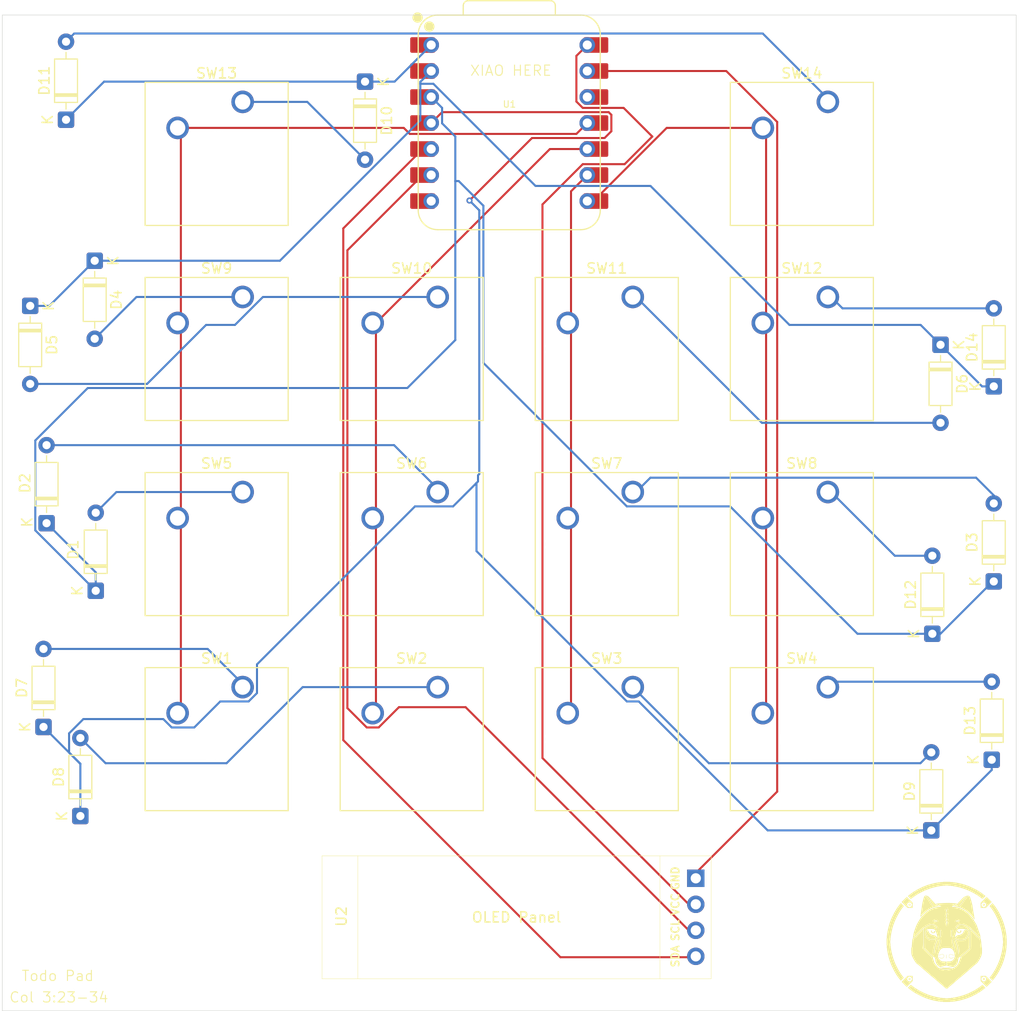
<source format=kicad_pcb>
(kicad_pcb (version 20241229) (generator "pcbnew") (generator_version "9.0")
  (layers (0 "F.Cu" signal) (2 "B.Cu" signal) (13 "F.Paste" user) (15 "B.Paste" user) (5 "F.SilkS" user "F.Silkscreen") (7 "B.SilkS" user "B.Silkscreen") (1 "F.Mask" user) (3 "B.Mask" user) (25 "Edge.Cuts" user))
  (net 0 "")
  (net 1 "Row 2")
  (net 2 "Net-(D1-A)")
  (net 3 "Net-(D2-A)")
  (net 4 "Net-(D3-A)")
  (net 5 "Row 1")
  (net 6 "Net-(D4-A)")
  (net 7 "Net-(D5-A)")
  (net 8 "Net-(D6-A)")
  (net 9 "Net-(D7-A)")
  (net 10 "Row 3")
  (net 11 "Net-(D8-A)")
  (net 12 "Net-(D9-A)")
  (net 13 "Row 0")
  (net 14 "Net-(D10-A)")
  (net 15 "Net-(D11-A)")
  (net 16 "Net-(D12-A)")
  (net 17 "Net-(D13-A)")
  (net 18 "Net-(D14-A)")
  (net 19 "Col 0")
  (net 20 "Col 1")
  (net 21 "Col 2")
  (net 22 "Col 3")
  (net 24 "+5V")
  (net 25 "Net-(U1-GPIO7{slash}SCL)")
  (net 26 "GND")
  (net 28 "Net-(U1-GPIO6{slash}SDA)")
  (footprint "Diode_THT:D_DO-35_SOD27_P7.62mm_Horizontal" (layer "F.Cu") (at 98.7 70.28 -90)
    (property "Reference" "D4" (at 3.81 -2.12 90) (layer "F.SilkS"))
    (property "Value" "D_Small")
    (fp_text user "K" (at 0 -1.8 90) (layer "F.SilkS"))
    (pad "1" thru_hole roundrect (at 0 0 270) (size 1.6 1.6) (drill 0.8) (layers "*.Cu" "*.Mask") (roundrect_rratio 0.15625) (net 5 "Row 1"))
    (pad "2" thru_hole circle (at 7.62 0 270) (size 1.6 1.6) (drill 0.8) (layers "*.Cu" "*.Mask") (net 6 "Net-(D4-A)"))
  )
  (footprint "Button_Switch_Keyboard:SW_Cherry_MX_1.00u_PCB" (layer "F.Cu") (at 151.2475 92.86875)
    (property "Reference" "SW7" (at -2.54 -2.794 0) (layer "F.SilkS"))
    (property "Value" "SW_Push")
    (pad "" np_thru_hole circle (at -7.62 5.08) (size 1.7 1.7) (drill 1.7) (layers "*.Cu" "*.Mask"))
    (pad "" np_thru_hole circle (at -2.54 5.08) (size 4 4) (drill 4) (layers "*.Cu" "*.Mask"))
    (pad "" np_thru_hole circle (at 2.54 5.08) (size 1.7 1.7) (drill 1.7) (layers "*.Cu" "*.Mask"))
    (pad "1" thru_hole circle (at 0 0) (size 2.2 2.2) (drill 1.5) (layers "*.Cu" "*.Mask") (net 4 "Net-(D3-A)"))
    (pad "2" thru_hole circle (at -6.35 2.54) (size 2.2 2.2) (drill 1.5) (layers "*.Cu" "*.Mask") (net 21 "Col 2"))
  )
  (footprint "Button_Switch_Keyboard:SW_Cherry_MX_1.00u_PCB" (layer "F.Cu") (at 113.1475 73.81875)
    (property "Reference" "SW9" (at -2.54 -2.794 0) (layer "F.SilkS"))
    (property "Value" "SW_Push")
    (pad "" np_thru_hole circle (at -7.62 5.08) (size 1.7 1.7) (drill 1.7) (layers "*.Cu" "*.Mask"))
    (pad "" np_thru_hole circle (at -2.54 5.08) (size 4 4) (drill 4) (layers "*.Cu" "*.Mask"))
    (pad "" np_thru_hole circle (at 2.54 5.08) (size 1.7 1.7) (drill 1.7) (layers "*.Cu" "*.Mask"))
    (pad "1" thru_hole circle (at 0 0) (size 2.2 2.2) (drill 1.5) (layers "*.Cu" "*.Mask") (net 6 "Net-(D4-A)"))
    (pad "2" thru_hole circle (at -6.35 2.54) (size 2.2 2.2) (drill 1.5) (layers "*.Cu" "*.Mask") (net 19 "Col 0"))
  )
  (footprint "Diode_THT:D_DO-35_SOD27_P7.62mm_Horizontal" (layer "F.Cu") (at 180.5 106.71 90)
    (property "Reference" "D12" (at 3.81 -2.12 90) (layer "F.SilkS"))
    (property "Value" "D_Small")
    (fp_text user "K" (at 0 -1.8 90) (layer "F.SilkS"))
    (pad "1" thru_hole roundrect (at 0 0 90) (size 1.6 1.6) (drill 0.8) (layers "*.Cu" "*.Mask") (roundrect_rratio 0.15625) (net 1 "Row 2"))
    (pad "2" thru_hole circle (at 7.62 0 90) (size 1.6 1.6) (drill 0.8) (layers "*.Cu" "*.Mask") (net 16 "Net-(D12-A)"))
  )
  (footprint "Diode_THT:D_DO-35_SOD27_P7.62mm_Horizontal" (layer "F.Cu") (at 97.3 124.51 90)
    (property "Reference" "D8" (at 3.81 -2.12 90) (layer "F.SilkS"))
    (property "Value" "D_Small")
    (fp_text user "K" (at 0 -1.8 90) (layer "F.SilkS"))
    (pad "1" thru_hole roundrect (at 0 0 90) (size 1.6 1.6) (drill 0.8) (layers "*.Cu" "*.Mask") (roundrect_rratio 0.15625) (net 10 "Row 3"))
    (pad "2" thru_hole circle (at 7.62 0 90) (size 1.6 1.6) (drill 0.8) (layers "*.Cu" "*.Mask") (net 11 "Net-(D8-A)"))
  )
  (footprint "Button_Switch_Keyboard:SW_Cherry_MX_1.00u_PCB" (layer "F.Cu") (at 113.1475 92.86875)
    (property "Reference" "SW5" (at -2.54 -2.794 0) (layer "F.SilkS"))
    (property "Value" "SW_Push")
    (pad "" np_thru_hole circle (at -7.62 5.08) (size 1.7 1.7) (drill 1.7) (layers "*.Cu" "*.Mask"))
    (pad "" np_thru_hole circle (at -2.54 5.08) (size 4 4) (drill 4) (layers "*.Cu" "*.Mask"))
    (pad "" np_thru_hole circle (at 2.54 5.08) (size 1.7 1.7) (drill 1.7) (layers "*.Cu" "*.Mask"))
    (pad "1" thru_hole circle (at 0 0) (size 2.2 2.2) (drill 1.5) (layers "*.Cu" "*.Mask") (net 2 "Net-(D1-A)"))
    (pad "2" thru_hole circle (at -6.35 2.54) (size 2.2 2.2) (drill 1.5) (layers "*.Cu" "*.Mask") (net 19 "Col 0"))
  )
  (footprint "Button_Switch_Keyboard:SW_Cherry_MX_1.00u_PCB" (layer "F.Cu") (at 170.2975 111.91875)
    (property "Reference" "SW4" (at -2.54 -2.794 0) (layer "F.SilkS"))
    (property "Value" "SW_Push")
    (pad "" np_thru_hole circle (at -7.62 5.08) (size 1.7 1.7) (drill 1.7) (layers "*.Cu" "*.Mask"))
    (pad "" np_thru_hole circle (at -2.54 5.08) (size 4 4) (drill 4) (layers "*.Cu" "*.Mask"))
    (pad "" np_thru_hole circle (at 2.54 5.08) (size 1.7 1.7) (drill 1.7) (layers "*.Cu" "*.Mask"))
    (pad "1" thru_hole circle (at 0 0) (size 2.2 2.2) (drill 1.5) (layers "*.Cu" "*.Mask") (net 17 "Net-(D13-A)"))
    (pad "2" thru_hole circle (at -6.35 2.54) (size 2.2 2.2) (drill 1.5) (layers "*.Cu" "*.Mask") (net 22 "Col 3"))
  )
  (footprint "Diode_THT:D_DO-35_SOD27_P7.62mm_Horizontal" (layer "F.Cu") (at 125.1 52.79 -90)
    (property "Reference" "D10" (at 3.81 -2.12 90) (layer "F.SilkS"))
    (property "Value" "D_Small")
    (fp_text user "K" (at 0 -1.8 90) (layer "F.SilkS"))
    (pad "1" thru_hole roundrect (at 0 0 270) (size 1.6 1.6) (drill 0.8) (layers "*.Cu" "*.Mask") (roundrect_rratio 0.15625) (net 13 "Row 0"))
    (pad "2" thru_hole circle (at 7.62 0 270) (size 1.6 1.6) (drill 0.8) (layers "*.Cu" "*.Mask") (net 14 "Net-(D10-A)"))
  )
  (footprint "Button_Switch_Keyboard:SW_Cherry_MX_1.00u_PCB" (layer "F.Cu") (at 132.1975 111.91875)
    (property "Reference" "SW2" (at -2.54 -2.794 0) (layer "F.SilkS"))
    (property "Value" "SW_Push")
    (pad "" np_thru_hole circle (at -7.62 5.08) (size 1.7 1.7) (drill 1.7) (layers "*.Cu" "*.Mask"))
    (pad "" np_thru_hole circle (at -2.54 5.08) (size 4 4) (drill 4) (layers "*.Cu" "*.Mask"))
    (pad "" np_thru_hole circle (at 2.54 5.08) (size 1.7 1.7) (drill 1.7) (layers "*.Cu" "*.Mask"))
    (pad "1" thru_hole circle (at 0 0) (size 2.2 2.2) (drill 1.5) (layers "*.Cu" "*.Mask") (net 11 "Net-(D8-A)"))
    (pad "2" thru_hole circle (at -6.35 2.54) (size 2.2 2.2) (drill 1.5) (layers "*.Cu" "*.Mask") (net 20 "Col 1"))
  )
  (footprint "Diode_THT:D_DO-35_SOD27_P7.62mm_Horizontal" (layer "F.Cu") (at 181.3 78.49 -90)
    (property "Reference" "D6" (at 3.81 -2.12 90) (layer "F.SilkS"))
    (property "Value" "D_Small")
    (fp_text user "K" (at 0 -1.8 90) (layer "F.SilkS"))
    (pad "1" thru_hole roundrect (at 0 0 270) (size 1.6 1.6) (drill 0.8) (layers "*.Cu" "*.Mask") (roundrect_rratio 0.15625) (net 5 "Row 1"))
    (pad "2" thru_hole circle (at 7.62 0 270) (size 1.6 1.6) (drill 0.8) (layers "*.Cu" "*.Mask") (net 8 "Net-(D6-A)"))
  )
  (footprint "Diode_THT:D_DO-35_SOD27_P7.62mm_Horizontal" (layer "F.Cu") (at 186.5 82.55 90)
    (property "Reference" "D14" (at 3.81 -2.12 90) (layer "F.SilkS"))
    (property "Value" "D_Small")
    (fp_text user "K" (at 0 -1.8 90) (layer "F.SilkS"))
    (pad "1" thru_hole roundrect (at 0 0 90) (size 1.6 1.6) (drill 0.8) (layers "*.Cu" "*.Mask") (roundrect_rratio 0.15625) (net 5 "Row 1"))
    (pad "2" thru_hole circle (at 7.62 0 90) (size 1.6 1.6) (drill 0.8) (layers "*.Cu" "*.Mask") (net 18 "Net-(D14-A)"))
  )
  (footprint "Button_Switch_Keyboard:SW_Cherry_MX_1.00u_PCB" (layer "F.Cu") (at 132.1975 92.86875)
    (property "Reference" "SW6" (at -2.54 -2.794 0) (layer "F.SilkS"))
    (property "Value" "SW_Push")
    (pad "" np_thru_hole circle (at -7.62 5.08) (size 1.7 1.7) (drill 1.7) (layers "*.Cu" "*.Mask"))
    (pad "" np_thru_hole circle (at -2.54 5.08) (size 4 4) (drill 4) (layers "*.Cu" "*.Mask"))
    (pad "" np_thru_hole circle (at 2.54 5.08) (size 1.7 1.7) (drill 1.7) (layers "*.Cu" "*.Mask"))
    (pad "1" thru_hole circle (at 0 0) (size 2.2 2.2) (drill 1.5) (layers "*.Cu" "*.Mask") (net 3 "Net-(D2-A)"))
    (pad "2" thru_hole circle (at -6.35 2.54) (size 2.2 2.2) (drill 1.5) (layers "*.Cu" "*.Mask") (net 20 "Col 1"))
  )
  (footprint "Diode_THT:D_DO-35_SOD27_P7.62mm_Horizontal" (layer "F.Cu") (at 186.5 101.6 90)
    (property "Reference" "D3" (at 3.81 -2.12 90) (layer "F.SilkS"))
    (property "Value" "D_Small")
    (fp_text user "K" (at 0 -1.8 90) (layer "F.SilkS"))
    (pad "1" thru_hole roundrect (at 0 0 90) (size 1.6 1.6) (drill 0.8) (layers "*.Cu" "*.Mask") (roundrect_rratio 0.15625) (net 1 "Row 2"))
    (pad "2" thru_hole circle (at 7.62 0 90) (size 1.6 1.6) (drill 0.8) (layers "*.Cu" "*.Mask") (net 4 "Net-(D3-A)"))
  )
  (footprint "Diode_THT:D_DO-35_SOD27_P7.62mm_Horizontal" (layer "F.Cu") (at 98.8 102.51 90)
    (property "Reference" "D1" (at 4.01 -2.2 90) (layer "F.SilkS"))
    (property "Value" "D_Small")
    (fp_text user "K" (at 0 -1.8 90) (layer "F.SilkS"))
    (pad "1" thru_hole roundrect (at 0 0 90) (size 1.6 1.6) (drill 0.8) (layers "*.Cu" "*.Mask") (roundrect_rratio 0.15625) (net 1 "Row 2"))
    (pad "2" thru_hole circle (at 7.62 0 90) (size 1.6 1.6) (drill 0.8) (layers "*.Cu" "*.Mask") (net 2 "Net-(D1-A)"))
  )
  (footprint "OPL:XIAO-RP2040-DIP" (layer "F.Cu") (at 139.1825 56.8325)
    (property "Reference" "U1" (at 0.0175 -1.8325 0) (layer "F.SilkS") (effects (font (size 0.635 0.635) (thickness 0.1016))))
    (property "Value" "XIAO-RP2040-DIP")
    (pad "1" smd roundrect (at -8.455 -7.62 180) (size 2.432 1.524) (layers "F.Cu" "F.Mask") (roundrect_rratio 0.1) (net 13 "Row 0"))
    (pad "1" thru_hole circle (at -7.62 -7.62 180) (size 1.524 1.524) (drill 0.889) (layers "*.Cu" "*.Mask") (net 13 "Row 0"))
    (pad "2" smd roundrect (at -8.455 -5.08 180) (size 2.432 1.524) (layers "F.Cu" "F.Mask") (roundrect_rratio 0.1) (net 5 "Row 1"))
    (pad "2" thru_hole circle (at -7.62 -5.08 180) (size 1.524 1.524) (drill 0.889) (layers "*.Cu" "*.Mask") (net 5 "Row 1"))
    (pad "3" smd roundrect (at -8.455 -2.54 180) (size 2.432 1.524) (layers "F.Cu" "F.Mask") (roundrect_rratio 0.1) (net 1 "Row 2"))
    (pad "3" thru_hole circle (at -7.62 -2.54 180) (size 1.524 1.524) (drill 0.889) (layers "*.Cu" "*.Mask") (net 1 "Row 2"))
    (pad "4" smd roundrect (at -8.455 0 180) (size 2.432 1.524) (layers "F.Cu" "F.Mask") (roundrect_rratio 0.1) (net 10 "Row 3"))
    (pad "4" thru_hole circle (at -7.62 0 180) (size 1.524 1.524) (drill 0.889) (layers "*.Cu" "*.Mask") (net 10 "Row 3"))
    (pad "5" smd roundrect (at -8.455 2.54 180) (size 2.432 1.524) (layers "F.Cu" "F.Mask") (roundrect_rratio 0.1) (net 28 "Net-(U1-GPIO6{slash}SDA)"))
    (pad "5" thru_hole circle (at -7.62 2.54 180) (size 1.524 1.524) (drill 0.889) (layers "*.Cu" "*.Mask") (net 28 "Net-(U1-GPIO6{slash}SDA)"))
    (pad "6" smd roundrect (at -8.455 5.08 180) (size 2.432 1.524) (layers "F.Cu" "F.Mask") (roundrect_rratio 0.1) (net 25 "Net-(U1-GPIO7{slash}SCL)"))
    (pad "6" thru_hole circle (at -7.62 5.08 180) (size 1.524 1.524) (drill 0.889) (layers "*.Cu" "*.Mask") (net 25 "Net-(U1-GPIO7{slash}SCL)"))
    (pad "7" smd roundrect (at -8.455 7.62 180) (size 2.432 1.524) (layers "F.Cu" "F.Mask") (roundrect_rratio 0.1))
    (pad "7" thru_hole circle (at -7.62 7.62 180) (size 1.524 1.524) (drill 0.889) (layers "*.Cu" "*.Mask"))
    (pad "8" thru_hole circle (at 7.62 7.62) (size 1.524 1.524) (drill 0.889) (layers "*.Cu" "*.Mask") (net 22 "Col 3"))
    (pad "8" smd roundrect (at 8.455 7.62) (size 2.432 1.524) (layers "F.Cu" "F.Mask") (roundrect_rratio 0.1) (net 22 "Col 3"))
    (pad "9" thru_hole circle (at 7.62 5.08) (size 1.524 1.524) (drill 0.889) (layers "*.Cu" "*.Mask") (net 21 "Col 2"))
    (pad "9" smd roundrect (at 8.455 5.08) (size 2.432 1.524) (layers "F.Cu" "F.Mask") (roundrect_rratio 0.1) (net 21 "Col 2"))
    (pad "10" thru_hole circle (at 7.62 2.54) (size 1.524 1.524) (drill 0.889) (layers "*.Cu" "*.Mask") (net 20 "Col 1"))
    (pad "10" smd roundrect (at 8.455 2.54) (size 2.432 1.524) (layers "F.Cu" "F.Mask") (roundrect_rratio 0.1) (net 20 "Col 1"))
    (pad "11" thru_hole circle (at 7.62 0) (size 1.524 1.524) (drill 0.889) (layers "*.Cu" "*.Mask") (net 19 "Col 0"))
    (pad "11" smd roundrect (at 8.455 0) (size 2.432 1.524) (layers "F.Cu" "F.Mask") (roundrect_rratio 0.1) (net 19 "Col 0"))
    (pad "12" thru_hole circle (at 7.62 -2.54) (size 1.524 1.524) (drill 0.889) (layers "*.Cu" "*.Mask"))
    (pad "12" smd roundrect (at 8.455 -2.54) (size 2.432 1.524) (layers "F.Cu" "F.Mask") (roundrect_rratio 0.1))
    (pad "13" thru_hole circle (at 7.62 -5.08) (size 1.524 1.524) (drill 0.889) (layers "*.Cu" "*.Mask") (net 26 "GND"))
    (pad "13" smd roundrect (at 8.455 -5.08) (size 2.432 1.524) (layers "F.Cu" "F.Mask") (roundrect_rratio 0.1) (net 26 "GND"))
    (pad "14" thru_hole circle (at 7.62 -7.62) (size 1.524 1.524) (drill 0.889) (layers "*.Cu" "*.Mask") (net 24 "+5V"))
    (pad "14" smd roundrect (at 8.455 -7.62) (size 2.432 1.524) (layers "F.Cu" "F.Mask") (roundrect_rratio 0.1) (net 24 "+5V"))
  )
  (footprint "Diode_THT:D_DO-35_SOD27_P7.62mm_Horizontal" (layer "F.Cu") (at 186.3 119.01 90)
    (property "Reference" "D13" (at 3.81 -2.12 90) (layer "F.SilkS"))
    (property "Value" "D_Small")
    (fp_text user "K" (at 0 -1.8 90) (layer "F.SilkS"))
    (pad "1" thru_hole roundrect (at 0 0 90) (size 1.6 1.6) (drill 0.8) (layers "*.Cu" "*.Mask") (roundrect_rratio 0.15625) (net 10 "Row 3"))
    (pad "2" thru_hole circle (at 7.62 0 90) (size 1.6 1.6) (drill 0.8) (layers "*.Cu" "*.Mask") (net 17 "Net-(D13-A)"))
  )
  (footprint "Button_Switch_Keyboard:SW_Cherry_MX_1.00u_PCB" (layer "F.Cu") (at 132.1975 73.81875)
    (property "Reference" "SW10" (at -2.54 -2.794 0) (layer "F.SilkS"))
    (property "Value" "SW_Push")
    (pad "" np_thru_hole circle (at -7.62 5.08) (size 1.7 1.7) (drill 1.7) (layers "*.Cu" "*.Mask"))
    (pad "" np_thru_hole circle (at -2.54 5.08) (size 4 4) (drill 4) (layers "*.Cu" "*.Mask"))
    (pad "" np_thru_hole circle (at 2.54 5.08) (size 1.7 1.7) (drill 1.7) (layers "*.Cu" "*.Mask"))
    (pad "1" thru_hole circle (at 0 0) (size 2.2 2.2) (drill 1.5) (layers "*.Cu" "*.Mask") (net 7 "Net-(D5-A)"))
    (pad "2" thru_hole circle (at -6.35 2.54) (size 2.2 2.2) (drill 1.5) (layers "*.Cu" "*.Mask") (net 20 "Col 1"))
  )
  (footprint "Button_Switch_Keyboard:SW_Cherry_MX_1.00u_PCB" (layer "F.Cu") (at 170.2975 73.81875)
    (property "Reference" "SW12" (at -2.54 -2.794 0) (layer "F.SilkS"))
    (property "Value" "SW_Push")
    (pad "" np_thru_hole circle (at -7.62 5.08) (size 1.7 1.7) (drill 1.7) (layers "*.Cu" "*.Mask"))
    (pad "" np_thru_hole circle (at -2.54 5.08) (size 4 4) (drill 4) (layers "*.Cu" "*.Mask"))
    (pad "" np_thru_hole circle (at 2.54 5.08) (size 1.7 1.7) (drill 1.7) (layers "*.Cu" "*.Mask"))
    (pad "1" thru_hole circle (at 0 0) (size 2.2 2.2) (drill 1.5) (layers "*.Cu" "*.Mask") (net 18 "Net-(D14-A)"))
    (pad "2" thru_hole circle (at -6.35 2.54) (size 2.2 2.2) (drill 1.5) (layers "*.Cu" "*.Mask") (net 22 "Col 3"))
  )
  (footprint "Diode_THT:D_DO-35_SOD27_P7.62mm_Horizontal" (layer "F.Cu") (at 180.4 125.91 90)
    (property "Reference" "D9" (at 3.81 -2.12 90) (layer "F.SilkS"))
    (property "Value" "D_Small")
    (fp_text user "K" (at 0 -1.8 90) (layer "F.SilkS"))
    (pad "1" thru_hole roundrect (at 0 0 90) (size 1.6 1.6) (drill 0.8) (layers "*.Cu" "*.Mask") (roundrect_rratio 0.15625) (net 10 "Row 3"))
    (pad "2" thru_hole circle (at 7.62 0 90) (size 1.6 1.6) (drill 0.8) (layers "*.Cu" "*.Mask") (net 12 "Net-(D9-A)"))
  )
  (footprint "Button_Switch_Keyboard:SW_Cherry_MX_1.00u_PCB" (layer "F.Cu") (at 113.1475 111.91875)
    (property "Reference" "SW1" (at -2.54 -2.794 0) (layer "F.SilkS"))
    (property "Value" "SW_Push")
    (pad "" np_thru_hole circle (at -7.62 5.08) (size 1.7 1.7) (drill 1.7) (layers "*.Cu" "*.Mask"))
    (pad "" np_thru_hole circle (at -2.54 5.08) (size 4 4) (drill 4) (layers "*.Cu" "*.Mask"))
    (pad "" np_thru_hole circle (at 2.54 5.08) (size 1.7 1.7) (drill 1.7) (layers "*.Cu" "*.Mask"))
    (pad "1" thru_hole circle (at 0 0) (size 2.2 2.2) (drill 1.5) (layers "*.Cu" "*.Mask") (net 9 "Net-(D7-A)"))
    (pad "2" thru_hole circle (at -6.35 2.54) (size 2.2 2.2) (drill 1.5) (layers "*.Cu" "*.Mask") (net 19 "Col 0"))
  )
  (footprint "Button_Switch_Keyboard:SW_Cherry_MX_1.00u_PCB" (layer "F.Cu") (at 170.2975 92.86875)
    (property "Reference" "SW8" (at -2.54 -2.794 0) (layer "F.SilkS"))
    (property "Value" "SW_Push")
    (pad "" np_thru_hole circle (at -7.62 5.08) (size 1.7 1.7) (drill 1.7) (layers "*.Cu" "*.Mask"))
    (pad "" np_thru_hole circle (at -2.54 5.08) (size 4 4) (drill 4) (layers "*.Cu" "*.Mask"))
    (pad "" np_thru_hole circle (at 2.54 5.08) (size 1.7 1.7) (drill 1.7) (layers "*.Cu" "*.Mask"))
    (pad "1" thru_hole circle (at 0 0) (size 2.2 2.2) (drill 1.5) (layers "*.Cu" "*.Mask") (net 16 "Net-(D12-A)"))
    (pad "2" thru_hole circle (at -6.35 2.54) (size 2.2 2.2) (drill 1.5) (layers "*.Cu" "*.Mask") (net 22 "Col 3"))
  )
  (footprint "Button_Switch_Keyboard:SW_Cherry_MX_1.00u_PCB" (layer "F.Cu") (at 170.2975 54.76875)
    (property "Reference" "SW14" (at -2.54 -2.794 0) (layer "F.SilkS"))
    (property "Value" "SW_Push")
    (pad "" np_thru_hole circle (at -7.62 5.08) (size 1.7 1.7) (drill 1.7) (layers "*.Cu" "*.Mask"))
    (pad "" np_thru_hole circle (at -2.54 5.08) (size 4 4) (drill 4) (layers "*.Cu" "*.Mask"))
    (pad "" np_thru_hole circle (at 2.54 5.08) (size 1.7 1.7) (drill 1.7) (layers "*.Cu" "*.Mask"))
    (pad "1" thru_hole circle (at 0 0) (size 2.2 2.2) (drill 1.5) (layers "*.Cu" "*.Mask") (net 15 "Net-(D11-A)"))
    (pad "2" thru_hole circle (at -6.35 2.54) (size 2.2 2.2) (drill 1.5) (layers "*.Cu" "*.Mask") (net 22 "Col 3"))
  )
  (footprint "Diode_THT:D_DO-35_SOD27_P7.62mm_Horizontal" (layer "F.Cu") (at 95.9 56.51 90)
    (property "Reference" "D11" (at 3.81 -2.12 90) (layer "F.SilkS"))
    (property "Value" "D_Small")
    (fp_text user "K" (at 0 -1.8 90) (layer "F.SilkS"))
    (pad "1" thru_hole roundrect (at 0 0 90) (size 1.6 1.6) (drill 0.8) (layers "*.Cu" "*.Mask") (roundrect_rratio 0.15625) (net 13 "Row 0"))
    (pad "2" thru_hole circle (at 7.62 0 90) (size 1.6 1.6) (drill 0.8) (layers "*.Cu" "*.Mask") (net 15 "Net-(D11-A)"))
  )
  (footprint "Diode_THT:D_DO-35_SOD27_P7.62mm_Horizontal" (layer "F.Cu") (at 93.7 115.81 90)
    (property "Reference" "D7" (at 3.81 -2.12 90) (layer "F.SilkS"))
    (property "Value" "D_Small")
    (fp_text user "K" (at 0 -1.8 90) (layer "F.SilkS"))
    (pad "1" thru_hole roundrect (at 0 0 90) (size 1.6 1.6) (drill 0.8) (layers "*.Cu" "*.Mask") (roundrect_rratio 0.15625) (net 10 "Row 3"))
    (pad "2" thru_hole circle (at 7.62 0 90) (size 1.6 1.6) (drill 0.8) (layers "*.Cu" "*.Mask") (net 9 "Net-(D7-A)"))
  )
  (footprint "Button_Switch_Keyboard:SW_Cherry_MX_1.00u_PCB" (layer "F.Cu") (at 151.2475 73.81875)
    (property "Reference" "SW11" (at -2.54 -2.794 0) (layer "F.SilkS"))
    (property "Value" "SW_Push")
    (pad "" np_thru_hole circle (at -7.62 5.08) (size 1.7 1.7) (drill 1.7) (layers "*.Cu" "*.Mask"))
    (pad "" np_thru_hole circle (at -2.54 5.08) (size 4 4) (drill 4) (layers "*.Cu" "*.Mask"))
    (pad "" np_thru_hole circle (at 2.54 5.08) (size 1.7 1.7) (drill 1.7) (layers "*.Cu" "*.Mask"))
    (pad "1" thru_hole circle (at 0 0) (size 2.2 2.2) (drill 1.5) (layers "*.Cu" "*.Mask") (net 8 "Net-(D6-A)"))
    (pad "2" thru_hole circle (at -6.35 2.54) (size 2.2 2.2) (drill 1.5) (layers "*.Cu" "*.Mask") (net 21 "Col 2"))
  )
  (footprint "Icons:wolfIconLarge" (layer "F.Cu") (at 181.9 136.8)
    (property "Reference" "G***" (hide yes))
    (property "Value" "LOGO" (hide yes))
  )
  (footprint "Diode_THT:D_DO-35_SOD27_P7.62mm_Horizontal" (layer "F.Cu") (at 92.4 74.69 -90)
    (property "Reference" "D5" (at 3.81 -2.12 90) (layer "F.SilkS"))
    (property "Value" "D_Small")
    (fp_text user "K" (at 0 -1.8 90) (layer "F.SilkS"))
    (pad "1" thru_hole roundrect (at 0 0 270) (size 1.6 1.6) (drill 0.8) (layers "*.Cu" "*.Mask") (roundrect_rratio 0.15625) (net 5 "Row 1"))
    (pad "2" thru_hole circle (at 7.62 0 270) (size 1.6 1.6) (drill 0.8) (layers "*.Cu" "*.Mask") (net 7 "Net-(D5-A)"))
  )
  (footprint "Button_Switch_Keyboard:SW_Cherry_MX_1.00u_PCB" (layer "F.Cu") (at 113.1475 54.76875)
    (property "Reference" "SW13" (at -2.54 -2.794 0) (layer "F.SilkS"))
    (property "Value" "SW_Push")
    (pad "" np_thru_hole circle (at -7.62 5.08) (size 1.7 1.7) (drill 1.7) (layers "*.Cu" "*.Mask"))
    (pad "" np_thru_hole circle (at -2.54 5.08) (size 4 4) (drill 4) (layers "*.Cu" "*.Mask"))
    (pad "" np_thru_hole circle (at 2.54 5.08) (size 1.7 1.7) (drill 1.7) (layers "*.Cu" "*.Mask"))
    (pad "1" thru_hole circle (at 0 0) (size 2.2 2.2) (drill 1.5) (layers "*.Cu" "*.Mask") (net 14 "Net-(D10-A)"))
    (pad "2" thru_hole circle (at -6.35 2.54) (size 2.2 2.2) (drill 1.5) (layers "*.Cu" "*.Mask") (net 19 "Col 0"))
  )
  (footprint "4-pin SSD1306 OLED 128x32:SSD1306-0.91-OLED-4pin-128x32" (layer "F.Cu") (at 120.9 128.4)
    (property "Reference" "U2" (at 1.9 5.91 90) (layer "F.SilkS"))
    (property "Value" "SSD1306_128x32_OLED_Display")
    (fp_text user "VCC" (at 34.5 4.73 270) (layer "F.SilkS") (effects (font (size 0.75 0.75))))
    (fp_text user "OLED Panel" (at 19 6 0) (layer "F.SilkS"))
    (fp_text user "SCL" (at 34.5 7.27 270) (layer "F.SilkS") (effects (font (size 0.75 0.75))))
    (fp_text user "GND" (at 34.5 2.19 270) (layer "F.SilkS") (effects (font (size 0.75 0.75))))
    (fp_text user "SDA" (at 34.5 9.81 270) (layer "F.SilkS") (effects (font (size 0.75 0.75))))
    (pad "1" thru_hole rect (at 36.5 2.19) (size 1.7 1.7) (drill 1) (layers "*.Cu" "*.Mask") (net 26 "GND"))
    (pad "2" thru_hole oval (at 36.5 4.73) (size 1.7 1.7) (drill 1) (layers "*.Cu" "*.Mask") (net 24 "+5V"))
    (pad "3" thru_hole oval (at 36.5 7.27) (size 1.7 1.7) (drill 1) (layers "*.Cu" "*.Mask") (net 25 "Net-(U1-GPIO7{slash}SCL)"))
    (pad "4" thru_hole oval (at 36.5 9.81) (size 1.7 1.7) (drill 1) (layers "*.Cu" "*.Mask") (net 28 "Net-(U1-GPIO6{slash}SDA)"))
  )
  (footprint "Diode_THT:D_DO-35_SOD27_P7.62mm_Horizontal" (layer "F.Cu") (at 94 95.91 90)
    (property "Reference" "D2" (at 3.91 -2.1 90) (layer "F.SilkS"))
    (property "Value" "D_Small")
    (fp_text user "K" (at 0.1 -1.9 90) (layer "F.SilkS"))
    (pad "1" thru_hole roundrect (at 0 0 90) (size 1.6 1.6) (drill 0.8) (layers "*.Cu" "*.Mask") (roundrect_rratio 0.15625) (net 1 "Row 2"))
    (pad "2" thru_hole circle (at 7.62 0 90) (size 1.6 1.6) (drill 0.8) (layers "*.Cu" "*.Mask") (net 3 "Net-(D2-A)"))
  )
  (footprint "Button_Switch_Keyboard:SW_Cherry_MX_1.00u_PCB" (layer "F.Cu") (at 151.2475 111.91875)
    (property "Reference" "SW3" (at -2.54 -2.794 0) (layer "F.SilkS"))
    (property "Value" "SW_Push")
    (pad "" np_thru_hole circle (at -7.62 5.08) (size 1.7 1.7) (drill 1.7) (layers "*.Cu" "*.Mask"))
    (pad "" np_thru_hole circle (at -2.54 5.08) (size 4 4) (drill 4) (layers "*.Cu" "*.Mask"))
    (pad "" np_thru_hole circle (at 2.54 5.08) (size 1.7 1.7) (drill 1.7) (layers "*.Cu" "*.Mask"))
    (pad "1" thru_hole circle (at 0 0) (size 2.2 2.2) (drill 1.5) (layers "*.Cu" "*.Mask") (net 12 "Net-(D9-A)"))
    (pad "2" thru_hole circle (at -6.35 2.54) (size 2.2 2.2) (drill 1.5) (layers "*.Cu" "*.Mask") (net 21 "Col 2"))
  )
  (gr_rect (start 89.67625 46.285) (end 188.68875 143.535) (stroke (width 0.05)) (fill no) (layer "Edge.Cuts"))
  (gr_text "Todo Pad" (at 91.5 140.7 0) (layer "F.SilkS") (effects (font (size 1 1) (thickness 0.1)) (justify left bottom)))
  (gr_text "XIAO HERE" (at 135.3 52.3 0) (layer "F.SilkS") (effects (font (size 1 1) (thickness 0.1)) (justify left bottom)))
  (gr_text "Col 3:23-34" (at 90.3 142.8 0) (layer "F.SilkS") (effects (font (size 1 1) (thickness 0.1)) (justify left bottom)))
  (segment (start 160.753684 94.26975) (end 150.667186 94.26975) (width 0.2) (layer "B.Cu") (net 1))
  (segment (start 136.657 64.907057) (end 134.249943 62.5) (width 0.2) (layer "B.Cu") (net 1))
  (segment (start 180.5 106.9) (end 180.8 107.2) (width 0.2) (layer "B.Cu") (net 1))
  (segment (start 180.5 106.71) (end 180.5 106.9) (width 0.2) (layer "B.Cu") (net 1))
  (segment (start 132.6255 55.3555) (end 131.5625 54.2925) (width 0.2) (layer "B.Cu") (net 1))
  (segment (start 150.667186 94.26975) (end 136.657 80.259564) (width 0.2) (layer "B.Cu") (net 1))
  (segment (start 98.02195 82.711) (end 129.22678 82.711) (width 0.2) (layer "B.Cu") (net 1))
  (segment (start 92.899 87.83395) (end 98.02195 82.711) (width 0.2) (layer "B.Cu") (net 1))
  (segment (start 132.6255 56.860564) (end 132.6255 55.3555) (width 0.2) (layer "B.Cu") (net 1))
  (segment (start 133.916 58.151064) (end 132.6255 56.860564) (width 0.2) (layer "B.Cu") (net 1))
  (segment (start 129.22678 82.711) (end 133.916 78.02178) (width 0.2) (layer "B.Cu") (net 1))
  (segment (start 136.657 80.259564) (end 136.657 64.907057) (width 0.2) (layer "B.Cu") (net 1))
  (segment (start 98.8 100.71) (end 94 95.91) (width 0.2) (layer "B.Cu") (net 1))
  (segment (start 133.916 62.5) (end 133.916 58.151064) (width 0.2) (layer "B.Cu") (net 1))
  (segment (start 98.8 102.51) (end 98.8 100.71) (width 0.2) (layer "B.Cu") (net 1))
  (segment (start 186.4 101.6) (end 186.5 101.6) (width 0.2) (layer "B.Cu") (net 1))
  (segment (start 133.916 78.02178) (end 133.916 62.5) (width 0.2) (layer "B.Cu") (net 1))
  (segment (start 92.899 96.609) (end 92.899 87.83395) (width 0.2) (layer "B.Cu") (net 1))
  (segment (start 134.249943 62.5) (end 133.916 62.5) (width 0.2) (layer "B.Cu") (net 1))
  (segment (start 180.8 107.2) (end 186.4 101.6) (width 0.2) (layer "B.Cu") (net 1))
  (segment (start 98.8 102.51) (end 92.899 96.609) (width 0.2) (layer "B.Cu") (net 1))
  (segment (start 180.5 106.71) (end 173.193934 106.71) (width 0.2) (layer "B.Cu") (net 1))
  (segment (start 173.193934 106.71) (end 160.753684 94.26975) (width 0.2) (layer "B.Cu") (net 1))
  (segment (start 98.8 94.89) (end 100.82125 92.86875) (width 0.2) (layer "B.Cu") (net 2))
  (segment (start 113.35375 92.98) (end 113.465 92.86875) (width 0.2) (layer "B.Cu") (net 2))
  (segment (start 100.82125 92.86875) (end 113.465 92.86875) (width 0.2) (layer "B.Cu") (net 2))
  (segment (start 127.93625 88.29) (end 132.515 92.86875) (width 0.2) (layer "B.Cu") (net 3))
  (segment (start 94 88.29) (end 127.93625 88.29) (width 0.2) (layer "B.Cu") (net 3))
  (segment (start 186.5 93.98) (end 186.5 93.19625) (width 0.2) (layer "B.Cu") (net 4))
  (segment (start 152.966 91.46775) (end 151.565 92.86875) (width 0.2) (layer "B.Cu") (net 4))
  (segment (start 186.5 93.19625) (end 184.7715 91.46775) (width 0.2) (layer "B.Cu") (net 4))
  (segment (start 184.7715 91.46775) (end 152.966 91.46775) (width 0.2) (layer "B.Cu") (net 4))
  (segment (start 141.74881 62.9755) (end 131.77331 53) (width 0.2) (layer "B.Cu") (net 5))
  (segment (start 131.77331 53) (end 130.4995 53) (width 0.2) (layer "B.Cu") (net 5))
  (segment (start 152.9755 62.9755) (end 141.74881 62.9755) (width 0.2) (layer "B.Cu") (net 5))
  (segment (start 98.7 70.28) (end 98.68 70.28) (width 0.2) (layer "B.Cu") (net 5))
  (segment (start 130.4995 52.8155) (end 131.5625 51.7525) (width 0.2) (layer "B.Cu") (net 5))
  (segment (start 181.3 78.49) (end 179.35775 76.54775) (width 0.2) (layer "B.Cu") (net 5))
  (segment (start 130.4995 53) (end 130.4995 52.8155) (width 0.2) (layer "B.Cu") (net 5))
  (segment (start 98.68 70.28) (end 94.27 74.69) (width 0.2) (layer "B.Cu") (net 5))
  (segment (start 94.27 74.69) (end 92.4 74.69) (width 0.2) (layer "B.Cu") (net 5))
  (segment (start 179.35775 76.54775) (end 166.54775 76.54775) (width 0.2) (layer "B.Cu") (net 5))
  (segment (start 185.36 82.55) (end 181.3 78.49) (width 0.2) (layer "B.Cu") (net 5))
  (segment (start 186.5 82.55) (end 185.36 82.55) (width 0.2) (layer "B.Cu") (net 5))
  (segment (start 116.78705 70.28) (end 130.4995 56.56755) (width 0.2) (layer "B.Cu") (net 5))
  (segment (start 130.4995 56.56755) (end 130.4995 53) (width 0.2) (layer "B.Cu") (net 5))
  (segment (start 166.54775 76.54775) (end 152.9755 62.9755) (width 0.2) (layer "B.Cu") (net 5))
  (segment (start 98.7 70.28) (end 116.78705 70.28) (width 0.2) (layer "B.Cu") (net 5))
  (segment (start 98.7 77.9) (end 102.78125 73.81875) (width 0.2) (layer "B.Cu") (net 6))
  (segment (start 102.78125 73.81875) (end 113.465 73.81875) (width 0.2) (layer "B.Cu") (net 6))
  (segment (start 115.128814 73.81875) (end 112.399814 76.54775) (width 0.2) (layer "B.Cu") (net 7))
  (segment (start 132.1975 73.81875) (end 115.128814 73.81875) (width 0.2) (layer "B.Cu") (net 7))
  (segment (start 109.57697 76.54775) (end 103.81472 82.31) (width 0.2) (layer "B.Cu") (net 7))
  (segment (start 112.399814 76.54775) (end 109.57697 76.54775) (width 0.2) (layer "B.Cu") (net 7))
  (segment (start 103.81472 82.31) (end 92.4 82.31) (width 0.2) (layer "B.Cu") (net 7))
  (segment (start 163.85625 86.11) (end 181.3 86.11) (width 0.2) (layer "B.Cu") (net 8))
  (segment (start 151.565 73.81875) (end 163.85625 86.11) (width 0.2) (layer "B.Cu") (net 8))
  (segment (start 93.7 108.19) (end 109.73625 108.19) (width 0.2) (layer "B.Cu") (net 9))
  (segment (start 109.73625 108.19) (end 113.465 111.91875) (width 0.2) (layer "B.Cu") (net 9))
  (segment (start 148.492126 58.2965) (end 149.1545 57.634126) (width 0.2) (layer "F.Cu") (net 10))
  (segment (start 135.3 64.4) (end 141.4035 58.2965) (width 0.2) (layer "F.Cu") (net 10))
  (segment (start 148.893126 55.7695) (end 132.6255 55.7695) (width 0.2) (layer "F.Cu") (net 10))
  (segment (start 141.4035 58.2965) (end 148.492126 58.2965) (width 0.2) (layer "F.Cu") (net 10))
  (segment (start 149.1545 56.030874) (end 148.893126 55.7695) (width 0.2) (layer "F.Cu") (net 10))
  (segment (start 132.6255 55.7695) (end 131.5625 56.8325) (width 0.2) (layer "F.Cu") (net 10))
  (segment (start 149.1545 57.634126) (end 149.1545 56.030874) (width 0.2) (layer "F.Cu") (net 10))
  (via (at 135.3 64.4) (size 0.6) (drill 0.3) (layers "F.Cu" "B.Cu") (net 10))
  (segment (start 136.256 65.356) (end 135.3 64.4) (width 0.2) (layer "B.Cu") (net 10))
  (segment (start 96.199 116.43395) (end 97.593886 115.039064) (width 0.2) (layer "B.Cu") (net 10))
  (segment (start 136.132532 91.834752) (end 136.132532 91.232532) (width 0.2) (layer "B.Cu") (net 10))
  (segment (start 97.3 124.51) (end 97.3 119.41) (width 0.2) (layer "B.Cu") (net 10))
  (segment (start 164.418064 125.91) (end 180.4 125.91) (width 0.2) (layer "B.Cu") (net 10))
  (segment (start 135.983642 91.983642) (end 135.983642 98.636206) (width 0.2) (layer "B.Cu") (net 10))
  (segment (start 96.199 118.309) (end 96.199 116.43395) (width 0.2) (layer "B.Cu") (net 10))
  (segment (start 136.256 91.109064) (end 136.256 65.356) (width 0.2) (layer "B.Cu") (net 10))
  (segment (start 108.421684 115.85975) (end 110.961684 113.31975) (width 0.2) (layer "B.Cu") (net 10))
  (segment (start 97.3 119.41) (end 93.7 115.81) (width 0.2) (layer "B.Cu") (net 10))
  (segment (start 105.3965 115.039064) (end 106.217186 115.85975) (width 0.2) (layer "B.Cu") (net 10))
  (segment (start 135.983642 98.636206) (end 150.667186 113.31975) (width 0.2) (layer "B.Cu") (net 10))
  (segment (start 113.727814 113.31975) (end 114.5485 112.499064) (width 0.2) (layer "B.Cu") (net 10))
  (segment (start 136.132532 91.232532) (end 136.256 91.109064) (width 0.2) (layer "B.Cu") (net 10))
  (segment (start 133.697534 94.26975) (end 135.983642 91.983642) (width 0.2) (layer "B.Cu") (net 10))
  (segment (start 106.217186 115.85975) (end 108.421684 115.85975) (width 0.2) (layer "B.Cu") (net 10))
  (segment (start 135.983642 91.983642) (end 136.132532 91.834752) (width 0.2) (layer "B.Cu") (net 10))
  (segment (start 97.3 119.41) (end 96.199 118.309) (width 0.2) (layer "B.Cu") (net 10))
  (segment (start 114.5485 112.499064) (end 114.5485 109.697064) (width 0.2) (layer "B.Cu") (net 10))
  (segment (start 110.961684 113.31975) (end 113.727814 113.31975) (width 0.2) (layer "B.Cu") (net 10))
  (segment (start 150.667186 113.31975) (end 151.827814 113.31975) (width 0.2) (layer "B.Cu") (net 10))
  (segment (start 129.975814 94.26975) (end 133.697534 94.26975) (width 0.2) (layer "B.Cu") (net 10))
  (segment (start 114.5485 109.697064) (end 129.975814 94.26975) (width 0.2) (layer "B.Cu") (net 10))
  (segment (start 186.3 120.01) (end 180.4 125.91) (width 0.2) (layer "B.Cu") (net 10))
  (segment (start 151.827814 113.31975) (end 164.418064 125.91) (width 0.2) (layer "B.Cu") (net 10))
  (segment (start 97.593886 115.039064) (end 105.3965 115.039064) (width 0.2) (layer "B.Cu") (net 10))
  (segment (start 186.3 119.01) (end 186.3 120.01) (width 0.2) (layer "B.Cu") (net 10))
  (segment (start 99.75975 119.34975) (end 97.3 116.89) (width 0.2) (layer "B.Cu") (net 11))
  (segment (start 132.1975 111.91875) (end 119.012316 111.91875) (width 0.2) (layer "B.Cu") (net 11))
  (segment (start 111.581316 119.34975) (end 99.75975 119.34975) (width 0.2) (layer "B.Cu") (net 11))
  (segment (start 119.012316 111.91875) (end 111.581316 119.34975) (width 0.2) (layer "B.Cu") (net 11))
  (segment (start 179.34025 119.34975) (end 180.4 118.29) (width 0.2) (layer "B.Cu") (net 12))
  (segment (start 151.2475 111.91875) (end 158.6785 119.34975) (width 0.2) (layer "B.Cu") (net 12))
  (segment (start 158.6785 119.34975) (end 179.34025 119.34975) (width 0.2) (layer "B.Cu") (net 12))
  (segment (start 95.9 56.51) (end 99.62 52.79) (width 0.2) (layer "B.Cu") (net 13))
  (segment (start 127.985 52.79) (end 131.5625 49.2125) (width 0.2) (layer "B.Cu") (net 13))
  (segment (start 125.1 52.79) (end 127.985 52.79) (width 0.2) (layer "B.Cu") (net 13))
  (segment (start 99.62 52.79) (end 125.1 52.79) (width 0.2) (layer "B.Cu") (net 13))
  (segment (start 119.45875 54.76875) (end 125.1 60.41) (width 0.2) (layer "B.Cu") (net 14))
  (segment (start 113.465 54.76875) (end 119.45875 54.76875) (width 0.2) (layer "B.Cu") (net 14))
  (segment (start 95.9 48.89) (end 96.699999 48.090001) (width 0.2) (layer "B.Cu") (net 15))
  (segment (start 163.936251 48.090001) (end 170.615 54.76875) (width 0.2) (layer "B.Cu") (net 15))
  (segment (start 96.699999 48.090001) (end 163.936251 48.090001) (width 0.2) (layer "B.Cu") (net 15))
  (segment (start 180.5 99.09) (end 176.83625 99.09) (width 0.2) (layer "B.Cu") (net 16))
  (segment (start 176.83625 99.09) (end 170.615 92.86875) (width 0.2) (layer "B.Cu") (net 16))
  (segment (start 171.14375 111.39) (end 170.615 111.91875) (width 0.2) (layer "B.Cu") (net 17))
  (segment (start 186.3 111.39) (end 171.14375 111.39) (width 0.2) (layer "B.Cu") (net 17))
  (segment (start 171.72625 74.93) (end 170.615 73.81875) (width 0.2) (layer "B.Cu") (net 18))
  (segment (start 186.5 74.93) (end 171.72625 74.93) (width 0.2) (layer "B.Cu") (net 18))
  (segment (start 128.885124 57.30875) (end 129.471874 57.8955) (width 0.2) (layer "F.Cu") (net 19))
  (segment (start 107.115 57.30875) (end 128.885124 57.30875) (width 0.2) (layer "F.Cu") (net 19))
  (segment (start 107.115 57.30875) (end 107.115 76.35875) (width 0.2) (layer "F.Cu") (net 19))
  (segment (start 129.471874 57.8955) (end 145.7395 57.8955) (width 0.2) (layer "F.Cu") (net 19))
  (segment (start 107.115 95.40875) (end 107.115 114.45875) (width 0.2) (layer "F.Cu") (net 19))
  (segment (start 107.115 76.35875) (end 107.115 95.40875) (width 0.2) (layer "F.Cu") (net 19))
  (segment (start 145.7395 57.8955) (end 146.8025 56.8325) (width 0.2) (layer "F.Cu") (net 19))
  (segment (start 126.165 76.35875) (end 143.15125 59.3725) (width 0.2) (layer "F.Cu") (net 20))
  (segment (start 126.165 95.40875) (end 126.165 114.45875) (width 0.2) (layer "F.Cu") (net 20))
  (segment (start 126.165 76.35875) (end 126.165 95.40875) (width 0.2) (layer "F.Cu") (net 20))
  (segment (start 143.15125 59.3725) (end 146.8025 59.3725) (width 0.2) (layer "F.Cu") (net 20))
  (segment (start 145.215 95.40875) (end 145.215 114.45875) (width 0.2) (layer "F.Cu") (net 21))
  (segment (start 145.215 76.35875) (end 145.215 63.5) (width 0.2) (layer "F.Cu") (net 21))
  (segment (start 145.215 63.5) (end 146.8025 61.9125) (width 0.2) (layer "F.Cu") (net 21))
  (segment (start 145.215 76.35875) (end 145.215 95.40875) (width 0.2) (layer "F.Cu") (net 21))
  (segment (start 164.265 57.30875) (end 164.265 76.35875) (width 0.2) (layer "F.Cu") (net 22))
  (segment (start 147.416126 64.4525) (end 146.8025 64.4525) (width 0.2) (layer "F.Cu") (net 22))
  (segment (start 154.559876 57.30875) (end 147.416126 64.4525) (width 0.2) (layer "F.Cu") (net 22))
  (segment (start 164.265 76.35875) (end 164.265 95.40875) (width 0.2) (layer "F.Cu") (net 22))
  (segment (start 164.265 57.30875) (end 154.559876 57.30875) (width 0.2) (layer "F.Cu") (net 22))
  (segment (start 164.265 114.45875) (end 164.265 95.40875) (width 0.2) (layer "F.Cu") (net 22))
  (segment (start 142.4265 118.84525) (end 142.4265 64.78519) (width 0.2) (layer "F.Cu") (net 24))
  (segment (start 142.4265 64.78519) (end 146.36219 60.8495) (width 0.2) (layer "F.Cu") (net 24))
  (segment (start 146.36219 55.3555) (end 145.7395 54.73281) (width 0.2) (layer "F.Cu") (net 24))
  (segment (start 156.7975 133.21625) (end 142.4265 118.84525) (width 0.2) (layer "F.Cu") (net 24))
  (segment (start 153.150763 58.150763) (end 150.3555 55.3555) (width 0.2) (layer "F.Cu") (net 24))
  (segment (start 150.3555 55.3555) (end 146.36219 55.3555) (width 0.2) (layer "F.Cu") (net 24))
  (segment (start 145.7395 50.2755) (end 146.8025 49.2125) (width 0.2) (layer "F.Cu") (net 24))
  (segment (start 150.452026 60.8495) (end 153.150763 58.150763) (width 0.2) (layer "F.Cu") (net 24))
  (segment (start 157.31375 133.21625) (end 156.7975 133.21625) (width 0.2) (layer "F.Cu") (net 24))
  (segment (start 145.7395 54.73281) (end 145.7395 50.2755) (width 0.2) (layer "F.Cu") (net 24))
  (segment (start 146.36219 60.8495) (end 150.452026 60.8495) (width 0.2) (layer "F.Cu") (net 24))
  (segment (start 157.4 133.13) (end 157.31375 133.21625) (width 0.2) (layer "F.Cu") (net 24))
  (segment (start 128.409128 113.878436) (end 126.427814 115.85975) (width 0.2) (layer "F.Cu") (net 25))
  (segment (start 134.919686 113.878436) (end 128.409128 113.878436) (width 0.2) (layer "F.Cu") (net 25))
  (segment (start 157.31375 135.75625) (end 156.7975 135.75625) (width 0.2) (layer "F.Cu") (net 25))
  (segment (start 126.427814 115.85975) (end 125.267186 115.85975) (width 0.2) (layer "F.Cu") (net 25))
  (segment (start 125.267186 115.85975) (end 123.3765 113.969064) (width 0.2) (layer "F.Cu") (net 25))
  (segment (start 156.7975 135.75625) (end 134.919686 113.878436) (width 0.2) (layer "F.Cu") (net 25))
  (segment (start 123.3765 113.969064) (end 123.3765 69.2635) (width 0.2) (layer "F.Cu") (net 25))
  (segment (start 157.4 135.67) (end 157.31375 135.75625) (width 0.2) (layer "F.Cu") (net 25))
  (segment (start 123.3765 69.2635) (end 130.7275 61.9125) (width 0.2) (layer "F.Cu") (net 25))
  (segment (start 157.6 130.39) (end 157.4 130.59) (width 0.2) (layer "F.Cu") (net 26))
  (segment (start 157.6 129.87375) (end 157.6 130.39) (width 0.2) (layer "F.Cu") (net 26))
  (segment (start 146.8025 51.7525) (end 160.372564 51.7525) (width 0.2) (layer "F.Cu") (net 26))
  (segment (start 160.372564 51.7525) (end 165.3485 56.728436) (width 0.2) (layer "F.Cu") (net 26))
  (segment (start 165.3485 56.728436) (end 165.3485 122.12525) (width 0.2) (layer "F.Cu") (net 26))
  (segment (start 165.3485 122.12525) (end 157.6 129.87375) (width 0.2) (layer "F.Cu") (net 26))
  (segment (start 157.4 138.21) (end 157.31375 138.29625) (width 0.2) (layer "F.Cu") (net 28))
  (segment (start 130.7275 59.3725) (end 131.5625 59.3725) (width 0.2) (layer "F.Cu") (net 28))
  (segment (start 122.9755 67.1245) (end 130.7275 59.3725) (width 0.2) (layer "F.Cu") (net 28))
  (segment (start 157.31375 138.29625) (end 144.17653 138.29625) (width 0.2) (layer "F.Cu") (net 28))
  (segment (start 122.9755 117.09522) (end 122.9755 67.1245) (width 0.2) (layer "F.Cu") (net 28))
  (segment (start 144.17653 138.29625) (end 122.9755 117.09522) (width 0.2) (layer "F.Cu") (net 28))
)
</source>
